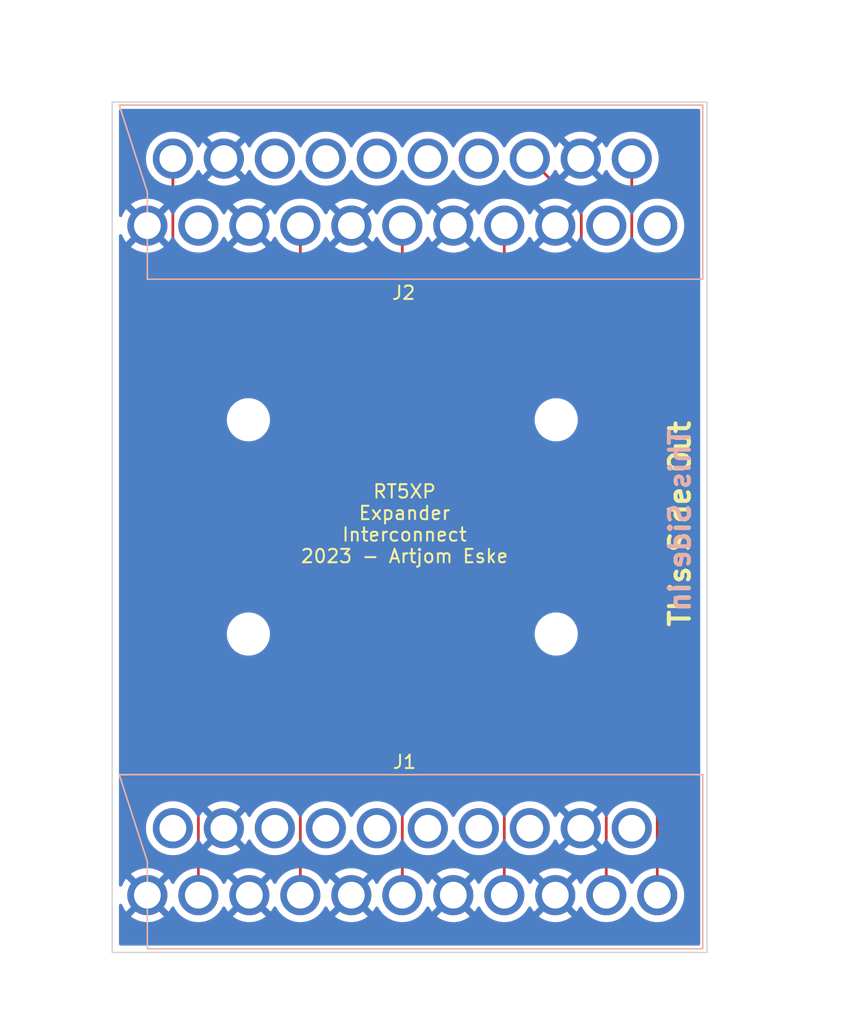
<source format=kicad_pcb>
(kicad_pcb (version 20211014) (generator pcbnew)
  (layers (0 "F.Cu" signal) (31 "B.Cu" signal) (34 "B.Paste" user) (35 "F.Paste" user) (36 "B.SilkS" user "B.Silkscreen") (37 "F.SilkS" user "F.Silkscreen") (38 "B.Mask" user) (39 "F.Mask" user) (44 "Edge.Cuts" user))
  (net 0 "")
  (net 17 "GND")
  (net 18 "SYNC")
  (net 19 "RED")
  (net 20 "GREEN")
  (net 21 "BLUE")
  (net 22 "AUDIOL")
  (net 23 "AUDIOR")
  (footprint "MountingHole:MountingHole_2.2mm_M2" (layer "F.Cu") (at 119.4 104.5)
    (fp_text reference "REF**" hide)
    (fp_text value "MountingHole_2.2mm_M2" hide)
    (pad "" np_thru_hole circle (at 0 0) (size 2.2 2.2) (drill 2.2) (layers *.Cu *.Mask))
  )
  (footprint "MountingHole:MountingHole_2.2mm_M2" (layer "F.Cu") (at 142.4 104.5)
    (fp_text reference "REF**" hide)
    (fp_text value "MountingHole_2.2mm_M2" hide)
    (pad "" np_thru_hole circle (at 0 0) (size 2.2 2.2) (drill 2.2) (layers *.Cu *.Mask))
  )
  (footprint "AE:SCART_Male" (layer "F.Cu") (at 131 137.5)
    (fp_text reference "J1" (at 0.064 -7.452 unlocked) (layer "F.SilkS"))
    (fp_text value "Conn_01x21_Male")
    (fp_line (start 22.35 6.5) (end 22.35 -6.5) (layer "B.SilkS") (width 0.12))
    (fp_line (start -21.25 -6.5) (end -19.15 0) (layer "B.SilkS") (width 0.12))
    (fp_line (start -19.15 6.5) (end 22.35 6.5) (layer "B.SilkS") (width 0.12))
    (fp_line (start -19.15 0) (end -19.15 6.5) (layer "B.SilkS") (width 0.12))
    (fp_line (start 22.35 -6.5) (end -21.25 -6.5) (layer "B.SilkS") (width 0.12))
    (pad "1" thru_hole circle (at 18.95 2.5) (size 3 3) (drill 2) (layers *.Cu *.Mask) (net 23 "AUDIOR"))
    (pad "2" thru_hole circle (at 17.045 -2.5) (size 3 3) (drill 2) (layers *.Cu *.Mask))
    (pad "3" thru_hole circle (at 15.14 2.5) (size 3 3) (drill 2) (layers *.Cu *.Mask) (net 22 "AUDIOL"))
    (pad "4" thru_hole circle (at 13.235 -2.5) (size 3 3) (drill 2) (layers *.Cu *.Mask) (net 17 "GND"))
    (pad "5" thru_hole circle (at 11.33 2.5) (size 3 3) (drill 2) (layers *.Cu *.Mask) (net 17 "GND"))
    (pad "6" thru_hole circle (at 9.425 -2.5) (size 3 3) (drill 2) (layers *.Cu *.Mask))
    (pad "7" thru_hole circle (at 7.52 2.5) (size 3 3) (drill 2) (layers *.Cu *.Mask) (net 21 "BLUE"))
    (pad "8" thru_hole circle (at 5.615 -2.5) (size 3 3) (drill 2) (layers *.Cu *.Mask))
    (pad "9" thru_hole circle (at 3.71 2.5) (size 3 3) (drill 2) (layers *.Cu *.Mask) (net 17 "GND"))
    (pad "10" thru_hole circle (at 1.805 -2.5) (size 3 3) (drill 2) (layers *.Cu *.Mask))
    (pad "11" thru_hole circle (at -0.1 2.5) (size 3 3) (drill 2) (layers *.Cu *.Mask) (net 20 "GREEN"))
    (pad "12" thru_hole circle (at -2.005 -2.5) (size 3 3) (drill 2) (layers *.Cu *.Mask))
    (pad "13" thru_hole circle (at -3.91 2.5) (size 3 3) (drill 2) (layers *.Cu *.Mask) (net 17 "GND"))
    (pad "14" thru_hole circle (at -5.815 -2.5) (size 3 3) (drill 2) (layers *.Cu *.Mask))
    (pad "15" thru_hole circle (at -7.72 2.5) (size 3 3) (drill 2) (layers *.Cu *.Mask) (net 19 "RED"))
    (pad "16" thru_hole circle (at -9.625 -2.5) (size 3 3) (drill 2) (layers *.Cu *.Mask))
    (pad "17" thru_hole circle (at -11.53 2.5) (size 3 3) (drill 2) (layers *.Cu *.Mask) (net 17 "GND"))
    (pad "18" thru_hole circle (at -13.435 -2.5) (size 3 3) (drill 2) (layers *.Cu *.Mask) (net 17 "GND"))
    (pad "19" thru_hole circle (at -15.34 2.5) (size 3 3) (drill 2) (layers *.Cu *.Mask) (net 18 "SYNC"))
    (pad "20" thru_hole circle (at -17.245 -2.5) (size 3 3) (drill 2) (layers *.Cu *.Mask))
    (pad "21" thru_hole circle (at -19.15 2.5) (size 3 3) (drill 2) (layers *.Cu *.Mask) (net 17 "GND"))
  )
  (footprint "AE:SCART_Male" (layer "F.Cu") (at 131 87.5)
    (fp_text reference "J2" (at 0 7.52 unlocked) (layer "F.SilkS"))
    (fp_text value "Conn_01x21_Male")
    (fp_line (start -21.25 -6.5) (end -19.15 0) (layer "B.SilkS") (width 0.12))
    (fp_line (start 22.35 6.5) (end 22.35 -6.5) (layer "B.SilkS") (width 0.12))
    (fp_line (start 22.35 -6.5) (end -21.25 -6.5) (layer "B.SilkS") (width 0.12))
    (fp_line (start -19.15 0) (end -19.15 6.5) (layer "B.SilkS") (width 0.12))
    (fp_line (start -19.15 6.5) (end 22.35 6.5) (layer "B.SilkS") (width 0.12))
    (pad "1" thru_hole circle (at 18.95 2.5) (size 3 3) (drill 2) (layers *.Cu *.Mask))
    (pad "2" thru_hole circle (at 17.045 -2.5) (size 3 3) (drill 2) (layers *.Cu *.Mask) (net 23 "AUDIOR"))
    (pad "3" thru_hole circle (at 15.14 2.5) (size 3 3) (drill 2) (layers *.Cu *.Mask))
    (pad "4" thru_hole circle (at 13.235 -2.5) (size 3 3) (drill 2) (layers *.Cu *.Mask) (net 17 "GND"))
    (pad "5" thru_hole circle (at 11.33 2.5) (size 3 3) (drill 2) (layers *.Cu *.Mask) (net 17 "GND"))
    (pad "6" thru_hole circle (at 9.425 -2.5) (size 3 3) (drill 2) (layers *.Cu *.Mask) (net 22 "AUDIOL"))
    (pad "7" thru_hole circle (at 7.52 2.5) (size 3 3) (drill 2) (layers *.Cu *.Mask) (net 21 "BLUE"))
    (pad "8" thru_hole circle (at 5.615 -2.5) (size 3 3) (drill 2) (layers *.Cu *.Mask))
    (pad "9" thru_hole circle (at 3.71 2.5) (size 3 3) (drill 2) (layers *.Cu *.Mask) (net 17 "GND"))
    (pad "10" thru_hole circle (at 1.805 -2.5) (size 3 3) (drill 2) (layers *.Cu *.Mask))
    (pad "11" thru_hole circle (at -0.1 2.5) (size 3 3) (drill 2) (layers *.Cu *.Mask) (net 20 "GREEN"))
    (pad "12" thru_hole circle (at -2.005 -2.5) (size 3 3) (drill 2) (layers *.Cu *.Mask))
    (pad "13" thru_hole circle (at -3.91 2.5) (size 3 3) (drill 2) (layers *.Cu *.Mask) (net 17 "GND"))
    (pad "14" thru_hole circle (at -5.815 -2.5) (size 3 3) (drill 2) (layers *.Cu *.Mask))
    (pad "15" thru_hole circle (at -7.72 2.5) (size 3 3) (drill 2) (layers *.Cu *.Mask) (net 19 "RED"))
    (pad "16" thru_hole circle (at -9.625 -2.5) (size 3 3) (drill 2) (layers *.Cu *.Mask))
    (pad "17" thru_hole circle (at -11.53 2.5) (size 3 3) (drill 2) (layers *.Cu *.Mask) (net 17 "GND"))
    (pad "18" thru_hole circle (at -13.435 -2.5) (size 3 3) (drill 2) (layers *.Cu *.Mask) (net 17 "GND"))
    (pad "19" thru_hole circle (at -15.34 2.5) (size 3 3) (drill 2) (layers *.Cu *.Mask))
    (pad "20" thru_hole circle (at -17.245 -2.5) (size 3 3) (drill 2) (layers *.Cu *.Mask) (net 18 "SYNC"))
    (pad "21" thru_hole circle (at -19.15 2.5) (size 3 3) (drill 2) (layers *.Cu *.Mask) (net 17 "GND"))
  )
  (footprint "MountingHole:MountingHole_2.2mm_M2" (layer "F.Cu") (at 142.4 120.5)
    (fp_text reference "REF**" hide)
    (fp_text value "MountingHole_2.2mm_M2" hide)
    (pad "" np_thru_hole circle (at 0 0) (size 2.2 2.2) (drill 2.2) (layers *.Cu *.Mask))
  )
  (footprint "MountingHole:MountingHole_2.2mm_M2" (layer "F.Cu") (at 119.4 120.5)
    (fp_text reference "REF**" hide)
    (fp_text value "MountingHole_2.2mm_M2" hide)
    (pad "" np_thru_hole circle (at 0 0) (size 2.2 2.2) (drill 2.2) (layers *.Cu *.Mask))
  )
  (gr_line (start 109.22 80.772) (end 109.22 144.272) (layer "Edge.Cuts") (width 0.1))
  (gr_line (start 153.67 80.772) (end 109.22 80.772) (layer "Edge.Cuts") (width 0.1))
  (gr_line (start 153.67 144.272) (end 109.22 144.272) (layer "Edge.Cuts") (width 0.1))
  (gr_line (start 153.67 144.272) (end 153.67 80.772) (layer "Edge.Cuts") (width 0.1))
  (gr_text "This Side In" (at 151.638 112.014 90) (layer "B.SilkS") (effects (font (size 1.5 1.5) (thickness 0.3)) (justify mirror)))
  (gr_text "RT5XP\nExpander\nInterconnect\n2023 - Artjom Eske" (at 131.064 112.268) (layer "F.SilkS") (effects (font (size 1 1))))
  (gr_text "This Side Out" (at 151.638 112.268 90) (layer "F.SilkS") (effects (font (size 1.5 1.5) (thickness 0.3))))
  (segment (start 113.755 85) (end 113.755 112.485) (width 0.2032) (layer "F.Cu") (net 18))
  (segment (start 113.755 112.485) (end 115.66 114.39) (width 0.2032) (layer "F.Cu") (net 18))
  (segment (start 115.66 114.39) (end 115.66 140) (width 0.2032) (layer "F.Cu") (net 18))
  (segment (start 123.28 140) (end 123.28 90) (width 0.2032) (layer "F.Cu") (net 19))
  (segment (start 130.9 140) (end 130.9 90) (width 0.2032) (layer "F.Cu") (net 20))
  (segment (start 138.52 140) (end 138.52 90) (width 0.2032) (layer "F.Cu") (net 21))
  (segment (start 146.14 95.848) (end 146.14 140) (width 0.2032) (layer "F.Cu") (net 22))
  (segment (start 140.425 85) (end 144.272 88.847) (width 0.2032) (layer "F.Cu") (net 22))
  (segment (start 144.272 88.847) (end 144.272 93.98) (width 0.2032) (layer "F.Cu") (net 22))
  (segment (start 144.272 93.98) (end 146.14 95.848) (width 0.2032) (layer "F.Cu") (net 22))
  (segment (start 148.045 93.943) (end 149.95 95.848) (width 0.2032) (layer "F.Cu") (net 23))
  (segment (start 149.95 95.848) (end 149.95 140) (width 0.2032) (layer "F.Cu") (net 23))
  (segment (start 148.045 85) (end 148.045 93.943) (width 0.2032) (layer "F.Cu") (net 23))
  (zone (net 17) (net_name "GND") (layer "B.Cu") (connect_pads (clearance 0.508)) (min_thickness 0.254) (fill yes (thermal_gap 0.508) (thermal_bridge_width 0.508))
    (polygon (pts (xy 164.846 149.606) (xy 100.838 149.352) (xy 101.346 73.406) (xy 165.1 73.152)))
  )
)
</source>
